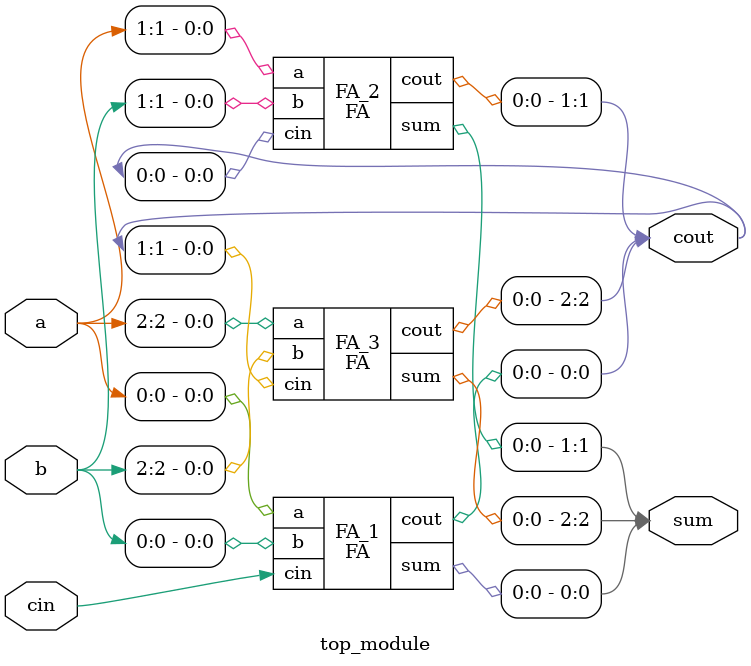
<source format=v>
module FA(
    input a, b,
    input cin,
    output cout, sum);
    assign cout = (a&b)|(b&cin)|(cin&a);
    assign sum = a^b^cin;
endmodule

module top_module( 
    input [2:0] a, b,
    input cin,
    output [2:0] cout,
    output [2:0] sum );
    
    FA FA_1(a[0], b[0], cin, cout[0], sum[0]);
    FA FA_2(a[1], b[1], cout[0], cout[1], sum[1]);
    FA FA_3(a[2], b[2], cout[1], cout[2], sum[2]);
endmodule


</source>
